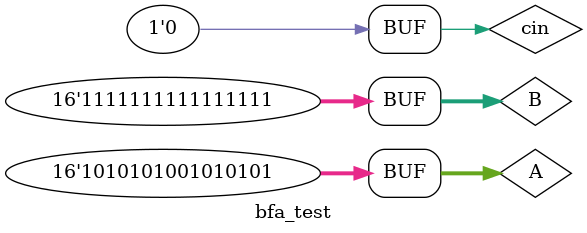
<source format=v>
module bfa_test;

	reg [15:0] A;
	reg [15:0] B;
	reg cin;
	wire [15:0] Y;
	wire cout;
	
	
	initial begin
	
	A = 16'h0000;
	B = 16'h0000;
	cin = 0;
	//Y = 16'h0000;
	#10
	B = 16'hFFFF;
	//Y = 16'FFFF;
	#10
	A = 16'hAA55;
	//Y = 16'h A9FF;
	//cout = 1
	
	
	end
	
	fba_adder adder (.A(A), .B(B), .cin(cin), .cout(cout), .Y(Y));
	
endmodule
</source>
